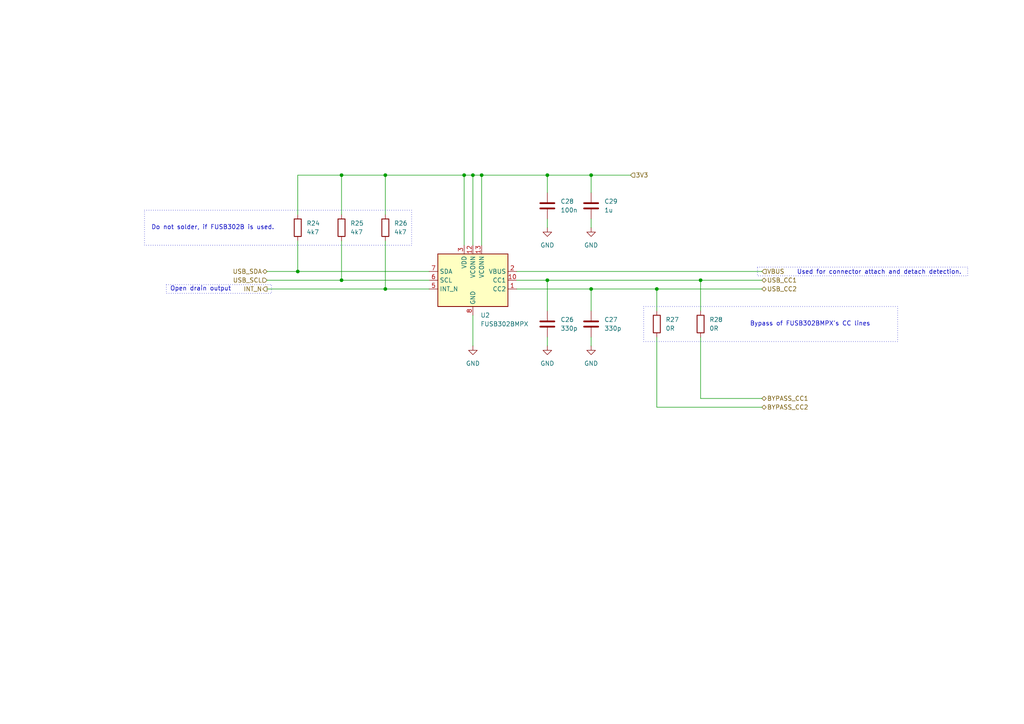
<source format=kicad_sch>
(kicad_sch
	(version 20231120)
	(generator "eeschema")
	(generator_version "8.0")
	(uuid "cf18768f-e332-4360-9e1a-91d7fc7e160c")
	(paper "A4")
	(lib_symbols
		(symbol "Device:C"
			(pin_numbers hide)
			(pin_names
				(offset 0.254)
			)
			(exclude_from_sim no)
			(in_bom yes)
			(on_board yes)
			(property "Reference" "C"
				(at 0.635 2.54 0)
				(effects
					(font
						(size 1.27 1.27)
					)
					(justify left)
				)
			)
			(property "Value" "C"
				(at 0.635 -2.54 0)
				(effects
					(font
						(size 1.27 1.27)
					)
					(justify left)
				)
			)
			(property "Footprint" ""
				(at 0.9652 -3.81 0)
				(effects
					(font
						(size 1.27 1.27)
					)
					(hide yes)
				)
			)
			(property "Datasheet" "~"
				(at 0 0 0)
				(effects
					(font
						(size 1.27 1.27)
					)
					(hide yes)
				)
			)
			(property "Description" "Unpolarized capacitor"
				(at 0 0 0)
				(effects
					(font
						(size 1.27 1.27)
					)
					(hide yes)
				)
			)
			(property "ki_keywords" "cap capacitor"
				(at 0 0 0)
				(effects
					(font
						(size 1.27 1.27)
					)
					(hide yes)
				)
			)
			(property "ki_fp_filters" "C_*"
				(at 0 0 0)
				(effects
					(font
						(size 1.27 1.27)
					)
					(hide yes)
				)
			)
			(symbol "C_0_1"
				(polyline
					(pts
						(xy -2.032 -0.762) (xy 2.032 -0.762)
					)
					(stroke
						(width 0.508)
						(type default)
					)
					(fill
						(type none)
					)
				)
				(polyline
					(pts
						(xy -2.032 0.762) (xy 2.032 0.762)
					)
					(stroke
						(width 0.508)
						(type default)
					)
					(fill
						(type none)
					)
				)
			)
			(symbol "C_1_1"
				(pin passive line
					(at 0 3.81 270)
					(length 2.794)
					(name "~"
						(effects
							(font
								(size 1.27 1.27)
							)
						)
					)
					(number "1"
						(effects
							(font
								(size 1.27 1.27)
							)
						)
					)
				)
				(pin passive line
					(at 0 -3.81 90)
					(length 2.794)
					(name "~"
						(effects
							(font
								(size 1.27 1.27)
							)
						)
					)
					(number "2"
						(effects
							(font
								(size 1.27 1.27)
							)
						)
					)
				)
			)
		)
		(symbol "Device:R"
			(pin_numbers hide)
			(pin_names
				(offset 0)
			)
			(exclude_from_sim no)
			(in_bom yes)
			(on_board yes)
			(property "Reference" "R"
				(at 2.032 0 90)
				(effects
					(font
						(size 1.27 1.27)
					)
				)
			)
			(property "Value" "R"
				(at 0 0 90)
				(effects
					(font
						(size 1.27 1.27)
					)
				)
			)
			(property "Footprint" ""
				(at -1.778 0 90)
				(effects
					(font
						(size 1.27 1.27)
					)
					(hide yes)
				)
			)
			(property "Datasheet" "~"
				(at 0 0 0)
				(effects
					(font
						(size 1.27 1.27)
					)
					(hide yes)
				)
			)
			(property "Description" "Resistor"
				(at 0 0 0)
				(effects
					(font
						(size 1.27 1.27)
					)
					(hide yes)
				)
			)
			(property "ki_keywords" "R res resistor"
				(at 0 0 0)
				(effects
					(font
						(size 1.27 1.27)
					)
					(hide yes)
				)
			)
			(property "ki_fp_filters" "R_*"
				(at 0 0 0)
				(effects
					(font
						(size 1.27 1.27)
					)
					(hide yes)
				)
			)
			(symbol "R_0_1"
				(rectangle
					(start -1.016 -2.54)
					(end 1.016 2.54)
					(stroke
						(width 0.254)
						(type default)
					)
					(fill
						(type none)
					)
				)
			)
			(symbol "R_1_1"
				(pin passive line
					(at 0 3.81 270)
					(length 1.27)
					(name "~"
						(effects
							(font
								(size 1.27 1.27)
							)
						)
					)
					(number "1"
						(effects
							(font
								(size 1.27 1.27)
							)
						)
					)
				)
				(pin passive line
					(at 0 -3.81 90)
					(length 1.27)
					(name "~"
						(effects
							(font
								(size 1.27 1.27)
							)
						)
					)
					(number "2"
						(effects
							(font
								(size 1.27 1.27)
							)
						)
					)
				)
			)
		)
		(symbol "Interface_USB:FUSB302BMPX"
			(exclude_from_sim no)
			(in_bom yes)
			(on_board yes)
			(property "Reference" "U"
				(at -10.16 8.89 0)
				(effects
					(font
						(size 1.27 1.27)
					)
					(justify left)
				)
			)
			(property "Value" "FUSB302BMPX"
				(at 3.81 8.89 0)
				(effects
					(font
						(size 1.27 1.27)
					)
					(justify left)
				)
			)
			(property "Footprint" "Package_DFN_QFN:WQFN-14-1EP_2.5x2.5mm_P0.5mm_EP1.45x1.45mm"
				(at 0 -12.7 0)
				(effects
					(font
						(size 1.27 1.27)
					)
					(hide yes)
				)
			)
			(property "Datasheet" "http://www.onsemi.com/pub/Collateral/FUSB302B-D.PDF"
				(at 2.54 -10.16 0)
				(effects
					(font
						(size 1.27 1.27)
					)
					(hide yes)
				)
			)
			(property "Description" "Programmable USB Type-C Controller w/PD, I2C address 0x22, WQFN-14"
				(at 0 0 0)
				(effects
					(font
						(size 1.27 1.27)
					)
					(hide yes)
				)
			)
			(property "ki_keywords" "USB USB-C PD Power Delivery PHY"
				(at 0 0 0)
				(effects
					(font
						(size 1.27 1.27)
					)
					(hide yes)
				)
			)
			(property "ki_fp_filters" "WQFN*1EP*2.5x2.5mm*P0.5mm*"
				(at 0 0 0)
				(effects
					(font
						(size 1.27 1.27)
					)
					(hide yes)
				)
			)
			(symbol "FUSB302BMPX_0_1"
				(rectangle
					(start -10.16 7.62)
					(end 10.16 -7.62)
					(stroke
						(width 0.254)
						(type default)
					)
					(fill
						(type background)
					)
				)
			)
			(symbol "FUSB302BMPX_1_1"
				(pin bidirectional line
					(at 12.7 -2.54 180)
					(length 2.54)
					(name "CC2"
						(effects
							(font
								(size 1.27 1.27)
							)
						)
					)
					(number "1"
						(effects
							(font
								(size 1.27 1.27)
							)
						)
					)
				)
				(pin bidirectional line
					(at 12.7 0 180)
					(length 2.54)
					(name "CC1"
						(effects
							(font
								(size 1.27 1.27)
							)
						)
					)
					(number "10"
						(effects
							(font
								(size 1.27 1.27)
							)
						)
					)
				)
				(pin bidirectional line
					(at 12.7 0 180)
					(length 2.54) hide
					(name "CC1"
						(effects
							(font
								(size 1.27 1.27)
							)
						)
					)
					(number "11"
						(effects
							(font
								(size 1.27 1.27)
							)
						)
					)
				)
				(pin power_in line
					(at 0 10.16 270)
					(length 2.54)
					(name "VCONN"
						(effects
							(font
								(size 1.27 1.27)
							)
						)
					)
					(number "12"
						(effects
							(font
								(size 1.27 1.27)
							)
						)
					)
				)
				(pin power_in line
					(at 2.54 10.16 270)
					(length 2.54)
					(name "VCONN"
						(effects
							(font
								(size 1.27 1.27)
							)
						)
					)
					(number "13"
						(effects
							(font
								(size 1.27 1.27)
							)
						)
					)
				)
				(pin bidirectional line
					(at 12.7 -2.54 180)
					(length 2.54) hide
					(name "CC2"
						(effects
							(font
								(size 1.27 1.27)
							)
						)
					)
					(number "14"
						(effects
							(font
								(size 1.27 1.27)
							)
						)
					)
				)
				(pin passive line
					(at 0 -10.16 90)
					(length 2.54) hide
					(name "GND"
						(effects
							(font
								(size 1.27 1.27)
							)
						)
					)
					(number "15"
						(effects
							(font
								(size 1.27 1.27)
							)
						)
					)
				)
				(pin input line
					(at 12.7 2.54 180)
					(length 2.54)
					(name "VBUS"
						(effects
							(font
								(size 1.27 1.27)
							)
						)
					)
					(number "2"
						(effects
							(font
								(size 1.27 1.27)
							)
						)
					)
				)
				(pin power_in line
					(at -2.54 10.16 270)
					(length 2.54)
					(name "VDD"
						(effects
							(font
								(size 1.27 1.27)
							)
						)
					)
					(number "3"
						(effects
							(font
								(size 1.27 1.27)
							)
						)
					)
				)
				(pin passive line
					(at -2.54 10.16 270)
					(length 2.54) hide
					(name "VDD"
						(effects
							(font
								(size 1.27 1.27)
							)
						)
					)
					(number "4"
						(effects
							(font
								(size 1.27 1.27)
							)
						)
					)
				)
				(pin open_collector line
					(at -12.7 -2.54 0)
					(length 2.54)
					(name "INT_N"
						(effects
							(font
								(size 1.27 1.27)
							)
						)
					)
					(number "5"
						(effects
							(font
								(size 1.27 1.27)
							)
						)
					)
				)
				(pin input line
					(at -12.7 0 0)
					(length 2.54)
					(name "SCL"
						(effects
							(font
								(size 1.27 1.27)
							)
						)
					)
					(number "6"
						(effects
							(font
								(size 1.27 1.27)
							)
						)
					)
				)
				(pin bidirectional line
					(at -12.7 2.54 0)
					(length 2.54)
					(name "SDA"
						(effects
							(font
								(size 1.27 1.27)
							)
						)
					)
					(number "7"
						(effects
							(font
								(size 1.27 1.27)
							)
						)
					)
				)
				(pin power_in line
					(at 0 -10.16 90)
					(length 2.54)
					(name "GND"
						(effects
							(font
								(size 1.27 1.27)
							)
						)
					)
					(number "8"
						(effects
							(font
								(size 1.27 1.27)
							)
						)
					)
				)
				(pin passive line
					(at 0 -10.16 90)
					(length 2.54) hide
					(name "GND"
						(effects
							(font
								(size 1.27 1.27)
							)
						)
					)
					(number "9"
						(effects
							(font
								(size 1.27 1.27)
							)
						)
					)
				)
			)
		)
		(symbol "power:GND"
			(power)
			(pin_numbers hide)
			(pin_names
				(offset 0) hide)
			(exclude_from_sim no)
			(in_bom yes)
			(on_board yes)
			(property "Reference" "#PWR"
				(at 0 -6.35 0)
				(effects
					(font
						(size 1.27 1.27)
					)
					(hide yes)
				)
			)
			(property "Value" "GND"
				(at 0 -3.81 0)
				(effects
					(font
						(size 1.27 1.27)
					)
				)
			)
			(property "Footprint" ""
				(at 0 0 0)
				(effects
					(font
						(size 1.27 1.27)
					)
					(hide yes)
				)
			)
			(property "Datasheet" ""
				(at 0 0 0)
				(effects
					(font
						(size 1.27 1.27)
					)
					(hide yes)
				)
			)
			(property "Description" "Power symbol creates a global label with name \"GND\" , ground"
				(at 0 0 0)
				(effects
					(font
						(size 1.27 1.27)
					)
					(hide yes)
				)
			)
			(property "ki_keywords" "global power"
				(at 0 0 0)
				(effects
					(font
						(size 1.27 1.27)
					)
					(hide yes)
				)
			)
			(symbol "GND_0_1"
				(polyline
					(pts
						(xy 0 0) (xy 0 -1.27) (xy 1.27 -1.27) (xy 0 -2.54) (xy -1.27 -1.27) (xy 0 -1.27)
					)
					(stroke
						(width 0)
						(type default)
					)
					(fill
						(type none)
					)
				)
			)
			(symbol "GND_1_1"
				(pin power_in line
					(at 0 0 270)
					(length 0)
					(name "~"
						(effects
							(font
								(size 1.27 1.27)
							)
						)
					)
					(number "1"
						(effects
							(font
								(size 1.27 1.27)
							)
						)
					)
				)
			)
		)
	)
	(junction
		(at 203.2 81.28)
		(diameter 0)
		(color 0 0 0 0)
		(uuid "0245f5f4-42f1-4543-b432-0c5427a5c31b")
	)
	(junction
		(at 99.06 81.28)
		(diameter 0)
		(color 0 0 0 0)
		(uuid "23297147-137a-49cb-a44f-36153987b391")
	)
	(junction
		(at 158.75 81.28)
		(diameter 0)
		(color 0 0 0 0)
		(uuid "2764c259-3449-4499-b137-5cd9fc6f8dda")
	)
	(junction
		(at 111.76 50.8)
		(diameter 0)
		(color 0 0 0 0)
		(uuid "38c49ac8-e0f6-4b8f-a196-fde4760aa6a1")
	)
	(junction
		(at 190.5 83.82)
		(diameter 0)
		(color 0 0 0 0)
		(uuid "59be80d6-f94a-4bbe-9341-bf6648eb3286")
	)
	(junction
		(at 111.76 83.82)
		(diameter 0)
		(color 0 0 0 0)
		(uuid "6725b7df-0bcd-434c-b8ee-91ba2ab81518")
	)
	(junction
		(at 139.7 50.8)
		(diameter 0)
		(color 0 0 0 0)
		(uuid "8b7099a6-062a-4f11-8b83-c5b33c770c3a")
	)
	(junction
		(at 158.75 50.8)
		(diameter 0)
		(color 0 0 0 0)
		(uuid "91a86896-8638-40d8-8263-92b067c89a61")
	)
	(junction
		(at 134.62 50.8)
		(diameter 0)
		(color 0 0 0 0)
		(uuid "ab8000d7-4bdf-4a9b-ad7d-102338c9881f")
	)
	(junction
		(at 86.36 78.74)
		(diameter 0)
		(color 0 0 0 0)
		(uuid "b0de9803-fe8b-4ea2-ac83-c520f40ed41d")
	)
	(junction
		(at 99.06 50.8)
		(diameter 0)
		(color 0 0 0 0)
		(uuid "b26596ff-4c8a-40a5-aec6-d0b837f5e38b")
	)
	(junction
		(at 171.45 83.82)
		(diameter 0)
		(color 0 0 0 0)
		(uuid "bbec7683-696c-4cbb-bab4-693c1a3abba4")
	)
	(junction
		(at 137.16 50.8)
		(diameter 0)
		(color 0 0 0 0)
		(uuid "d9349005-d4ee-4d15-a935-0d3bb599f10c")
	)
	(junction
		(at 171.45 50.8)
		(diameter 0)
		(color 0 0 0 0)
		(uuid "db7177ea-fead-48af-8246-a4ff54ec557c")
	)
	(wire
		(pts
			(xy 171.45 83.82) (xy 190.5 83.82)
		)
		(stroke
			(width 0)
			(type default)
		)
		(uuid "02096940-a8d7-4a95-85ac-41c2a7771eaf")
	)
	(wire
		(pts
			(xy 99.06 50.8) (xy 111.76 50.8)
		)
		(stroke
			(width 0)
			(type default)
		)
		(uuid "02e4d3f0-ea3a-478d-ad6a-6673a4ae94e0")
	)
	(wire
		(pts
			(xy 134.62 50.8) (xy 134.62 71.12)
		)
		(stroke
			(width 0)
			(type default)
		)
		(uuid "05a5e866-0067-441e-9f41-d904ada9dfce")
	)
	(wire
		(pts
			(xy 111.76 69.85) (xy 111.76 83.82)
		)
		(stroke
			(width 0)
			(type default)
		)
		(uuid "0ae3d16a-e4d6-4d32-ba93-acbdcbec48e7")
	)
	(wire
		(pts
			(xy 77.47 78.74) (xy 86.36 78.74)
		)
		(stroke
			(width 0)
			(type default)
		)
		(uuid "0e060beb-bb33-4ad3-85e6-9c6a6c99682d")
	)
	(wire
		(pts
			(xy 111.76 83.82) (xy 124.46 83.82)
		)
		(stroke
			(width 0)
			(type default)
		)
		(uuid "0f3ff346-3be0-4fc8-a41e-8dedfcd4ed9a")
	)
	(wire
		(pts
			(xy 171.45 63.5) (xy 171.45 66.04)
		)
		(stroke
			(width 0)
			(type default)
		)
		(uuid "13e5d174-8d1a-44a2-9e22-5d0dc124533a")
	)
	(wire
		(pts
			(xy 171.45 97.79) (xy 171.45 100.33)
		)
		(stroke
			(width 0)
			(type default)
		)
		(uuid "160f4384-5bd5-495a-90ba-6dffe215ea19")
	)
	(wire
		(pts
			(xy 139.7 50.8) (xy 139.7 71.12)
		)
		(stroke
			(width 0)
			(type default)
		)
		(uuid "294b15e8-85c6-4be0-80bf-791256e31aa2")
	)
	(wire
		(pts
			(xy 149.86 78.74) (xy 220.98 78.74)
		)
		(stroke
			(width 0)
			(type default)
		)
		(uuid "3439cecf-5904-4b4b-83c6-33425d6d6587")
	)
	(wire
		(pts
			(xy 149.86 83.82) (xy 171.45 83.82)
		)
		(stroke
			(width 0)
			(type default)
		)
		(uuid "38580a4e-0af8-4a60-bac6-695f22f75f97")
	)
	(wire
		(pts
			(xy 203.2 81.28) (xy 220.98 81.28)
		)
		(stroke
			(width 0)
			(type default)
		)
		(uuid "38d883c7-365f-4273-8829-e4d076035280")
	)
	(wire
		(pts
			(xy 190.5 83.82) (xy 190.5 90.17)
		)
		(stroke
			(width 0)
			(type default)
		)
		(uuid "3a307119-f217-403b-a2d2-6405f2e7c40f")
	)
	(wire
		(pts
			(xy 139.7 50.8) (xy 137.16 50.8)
		)
		(stroke
			(width 0)
			(type default)
		)
		(uuid "3db42619-40ac-4a10-a6ce-4b20c35fac53")
	)
	(wire
		(pts
			(xy 86.36 78.74) (xy 124.46 78.74)
		)
		(stroke
			(width 0)
			(type default)
		)
		(uuid "3ed68796-3f63-4b5c-9a91-5d66d5d888cb")
	)
	(wire
		(pts
			(xy 137.16 50.8) (xy 134.62 50.8)
		)
		(stroke
			(width 0)
			(type default)
		)
		(uuid "44d8d7d8-724b-4ff1-b36e-ee9d6f1fc3d1")
	)
	(wire
		(pts
			(xy 190.5 118.11) (xy 190.5 97.79)
		)
		(stroke
			(width 0)
			(type default)
		)
		(uuid "4b5d3911-813f-43df-ae5f-6bfbfbadbb6c")
	)
	(wire
		(pts
			(xy 182.88 50.8) (xy 171.45 50.8)
		)
		(stroke
			(width 0)
			(type default)
		)
		(uuid "4edda6ec-370c-438b-a731-0bb170a73861")
	)
	(wire
		(pts
			(xy 86.36 50.8) (xy 99.06 50.8)
		)
		(stroke
			(width 0)
			(type default)
		)
		(uuid "58f7a626-22fe-4bf6-a810-3579a519b8ce")
	)
	(wire
		(pts
			(xy 86.36 69.85) (xy 86.36 78.74)
		)
		(stroke
			(width 0)
			(type default)
		)
		(uuid "59dfbfb0-979e-437d-a12c-191b21ac9227")
	)
	(wire
		(pts
			(xy 158.75 50.8) (xy 158.75 55.88)
		)
		(stroke
			(width 0)
			(type default)
		)
		(uuid "67efef76-fd79-40f4-a8de-01c620f8dada")
	)
	(wire
		(pts
			(xy 203.2 115.57) (xy 203.2 97.79)
		)
		(stroke
			(width 0)
			(type default)
		)
		(uuid "6d255bfa-c80b-4e30-acfc-6ed0e9461e2d")
	)
	(wire
		(pts
			(xy 111.76 50.8) (xy 134.62 50.8)
		)
		(stroke
			(width 0)
			(type default)
		)
		(uuid "6fecb408-3be1-4852-a627-6684d9cde006")
	)
	(wire
		(pts
			(xy 158.75 50.8) (xy 139.7 50.8)
		)
		(stroke
			(width 0)
			(type default)
		)
		(uuid "70cb75b5-6c07-4bad-b8b9-871063ac31fb")
	)
	(wire
		(pts
			(xy 171.45 50.8) (xy 158.75 50.8)
		)
		(stroke
			(width 0)
			(type default)
		)
		(uuid "7356d0e6-a27e-49cc-b1b8-991038d06520")
	)
	(wire
		(pts
			(xy 203.2 81.28) (xy 203.2 90.17)
		)
		(stroke
			(width 0)
			(type default)
		)
		(uuid "7b0c6dd6-6896-4216-b764-90c726bc3040")
	)
	(wire
		(pts
			(xy 111.76 50.8) (xy 111.76 62.23)
		)
		(stroke
			(width 0)
			(type default)
		)
		(uuid "81d6341a-223f-4a41-a84b-6047501f39f1")
	)
	(wire
		(pts
			(xy 99.06 81.28) (xy 124.46 81.28)
		)
		(stroke
			(width 0)
			(type default)
		)
		(uuid "859400cb-cd0f-4027-9959-8fe70aec0401")
	)
	(wire
		(pts
			(xy 203.2 115.57) (xy 220.98 115.57)
		)
		(stroke
			(width 0)
			(type default)
		)
		(uuid "8784bf71-a33c-445a-92ec-d97fe5b099b0")
	)
	(wire
		(pts
			(xy 77.47 83.82) (xy 111.76 83.82)
		)
		(stroke
			(width 0)
			(type default)
		)
		(uuid "87b4e798-1338-443c-af5a-6203c79e0aef")
	)
	(wire
		(pts
			(xy 158.75 97.79) (xy 158.75 100.33)
		)
		(stroke
			(width 0)
			(type default)
		)
		(uuid "8c275f90-ac8c-4719-9796-03bd11cd67a3")
	)
	(wire
		(pts
			(xy 158.75 81.28) (xy 203.2 81.28)
		)
		(stroke
			(width 0)
			(type default)
		)
		(uuid "9dfb8cd9-80d7-48fd-8576-d4ecf9f1664f")
	)
	(wire
		(pts
			(xy 158.75 63.5) (xy 158.75 66.04)
		)
		(stroke
			(width 0)
			(type default)
		)
		(uuid "a0bd4c7a-982a-4b49-867c-17ffc8481d5d")
	)
	(wire
		(pts
			(xy 158.75 81.28) (xy 149.86 81.28)
		)
		(stroke
			(width 0)
			(type default)
		)
		(uuid "a32ff343-eb28-4692-b40d-1cf6350dc88a")
	)
	(wire
		(pts
			(xy 137.16 100.33) (xy 137.16 91.44)
		)
		(stroke
			(width 0)
			(type default)
		)
		(uuid "a4c23758-80b4-4b3c-ac15-df1f31fe6222")
	)
	(wire
		(pts
			(xy 77.47 81.28) (xy 99.06 81.28)
		)
		(stroke
			(width 0)
			(type default)
		)
		(uuid "c05d7de3-7fdd-4faf-a0c3-fc6e29f03543")
	)
	(wire
		(pts
			(xy 158.75 90.17) (xy 158.75 81.28)
		)
		(stroke
			(width 0)
			(type default)
		)
		(uuid "c6cc11d9-3b26-4fd9-9444-8a07964e9214")
	)
	(wire
		(pts
			(xy 99.06 69.85) (xy 99.06 81.28)
		)
		(stroke
			(width 0)
			(type default)
		)
		(uuid "d24bda3e-c94a-48ec-b66a-adf3cc1cc8ba")
	)
	(wire
		(pts
			(xy 99.06 50.8) (xy 99.06 62.23)
		)
		(stroke
			(width 0)
			(type default)
		)
		(uuid "d286fc0d-1f05-4ae2-8071-aa1ec47fc640")
	)
	(wire
		(pts
			(xy 171.45 50.8) (xy 171.45 55.88)
		)
		(stroke
			(width 0)
			(type default)
		)
		(uuid "e42b7bdb-9d31-4141-8dd7-9d313339ee68")
	)
	(wire
		(pts
			(xy 86.36 62.23) (xy 86.36 50.8)
		)
		(stroke
			(width 0)
			(type default)
		)
		(uuid "e5ad6a60-586b-4724-8d78-820f16fa9498")
	)
	(wire
		(pts
			(xy 190.5 118.11) (xy 220.98 118.11)
		)
		(stroke
			(width 0)
			(type default)
		)
		(uuid "ed8fbbc0-757f-4fd6-a0a9-23a3202f0f08")
	)
	(wire
		(pts
			(xy 137.16 50.8) (xy 137.16 71.12)
		)
		(stroke
			(width 0)
			(type default)
		)
		(uuid "f2313f57-d658-4aab-9c73-eb2ed87c8a26")
	)
	(wire
		(pts
			(xy 190.5 83.82) (xy 220.98 83.82)
		)
		(stroke
			(width 0)
			(type default)
		)
		(uuid "f5c13fb0-9d5f-4df0-882a-d63c6d2b864a")
	)
	(wire
		(pts
			(xy 171.45 83.82) (xy 171.45 90.17)
		)
		(stroke
			(width 0)
			(type default)
		)
		(uuid "f861ffc2-2645-40e3-856e-04599c6a8bc8")
	)
	(rectangle
		(start 186.69 88.9)
		(end 260.35 99.06)
		(stroke
			(width 0)
			(type dot)
		)
		(fill
			(type none)
		)
		(uuid 1068128b-5861-4df5-8e53-fcc53b3196dd)
	)
	(rectangle
		(start 219.71 77.47)
		(end 280.67 80.01)
		(stroke
			(width 0)
			(type dot)
		)
		(fill
			(type none)
		)
		(uuid 411e97fc-97f9-4f53-a5ab-62b677d4ac24)
	)
	(rectangle
		(start 41.91 60.96)
		(end 119.38 71.12)
		(stroke
			(width 0)
			(type dot)
		)
		(fill
			(type none)
		)
		(uuid dd6da3da-ac98-4d54-8c0d-b8288b367172)
	)
	(rectangle
		(start 48.26 82.55)
		(end 78.74 85.09)
		(stroke
			(width 0)
			(type dot)
		)
		(fill
			(type none)
		)
		(uuid ebb01914-854f-47a2-a4b1-a0bbcb2043bf)
	)
	(text "Open drain output "
		(exclude_from_sim no)
		(at 58.674 83.82 0)
		(effects
			(font
				(size 1.27 1.27)
			)
		)
		(uuid "0afa761b-3f3b-40cd-8a8c-bca1c65362a4")
	)
	(text "Do not solder, if FUSB302B is used."
		(exclude_from_sim no)
		(at 61.722 66.04 0)
		(effects
			(font
				(size 1.27 1.27)
			)
		)
		(uuid "143802d1-aa33-4695-8a28-1a65aab89bc7")
	)
	(text "Bypass of FUSB302BMPX's CC lines "
		(exclude_from_sim no)
		(at 235.458 93.98 0)
		(effects
			(font
				(size 1.27 1.27)
			)
		)
		(uuid "73d3b98f-61e1-452d-8492-68c26daa0ac7")
	)
	(text "Used for connector attach and detach detection."
		(exclude_from_sim no)
		(at 255.016 78.994 0)
		(effects
			(font
				(size 1.27 1.27)
			)
		)
		(uuid "8f1651d7-ec32-42b5-969e-56ece6d391f0")
	)
	(hierarchical_label "USB_CC2"
		(shape bidirectional)
		(at 220.98 83.82 0)
		(effects
			(font
				(size 1.27 1.27)
			)
			(justify left)
		)
		(uuid "0b6e9446-0c3d-4dd4-9568-e7e10d6e82db")
	)
	(hierarchical_label "BYPASS_CC1"
		(shape bidirectional)
		(at 220.98 115.57 0)
		(effects
			(font
				(size 1.27 1.27)
			)
			(justify left)
		)
		(uuid "1faa2781-6003-4436-ac5e-cb8fe79eb471")
	)
	(hierarchical_label "INT_N"
		(shape output)
		(at 77.47 83.82 180)
		(effects
			(font
				(size 1.27 1.27)
			)
			(justify right)
		)
		(uuid "2ae8ab22-578e-4651-b894-75f6a37c6513")
	)
	(hierarchical_label "USB_SCL"
		(shape input)
		(at 77.47 81.28 180)
		(effects
			(font
				(size 1.27 1.27)
			)
			(justify right)
		)
		(uuid "39a963ec-d763-4750-ac80-899c9424b902")
	)
	(hierarchical_label "VBUS"
		(shape input)
		(at 220.98 78.74 0)
		(effects
			(font
				(size 1.27 1.27)
			)
			(justify left)
		)
		(uuid "8836e620-6a23-409c-ab3f-e42a18d0af1f")
	)
	(hierarchical_label "USB_SDA"
		(shape bidirectional)
		(at 77.47 78.74 180)
		(effects
			(font
				(size 1.27 1.27)
			)
			(justify right)
		)
		(uuid "89932096-f300-41d4-be7a-1583c2c19679")
	)
	(hierarchical_label "USB_CC1"
		(shape bidirectional)
		(at 220.98 81.28 0)
		(effects
			(font
				(size 1.27 1.27)
			)
			(justify left)
		)
		(uuid "90fb2ce8-8b9b-49e4-9c0e-6d3c6548f9b4")
	)
	(hierarchical_label "3V3"
		(shape input)
		(at 182.88 50.8 0)
		(effects
			(font
				(size 1.27 1.27)
			)
			(justify left)
		)
		(uuid "a5cddf03-dbe4-4947-b2e3-06ca6fd3e663")
	)
	(hierarchical_label "BYPASS_CC2"
		(shape bidirectional)
		(at 220.98 118.11 0)
		(effects
			(font
				(size 1.27 1.27)
			)
			(justify left)
		)
		(uuid "d32e28b4-9cd5-4a75-810b-b8afe68a870b")
	)
	(symbol
		(lib_id "power:GND")
		(at 171.45 66.04 0)
		(unit 1)
		(exclude_from_sim no)
		(in_bom yes)
		(on_board yes)
		(dnp no)
		(fields_autoplaced yes)
		(uuid "1d8f481e-8b91-48eb-9902-ebe4b703d732")
		(property "Reference" "#PWR053"
			(at 171.45 72.39 0)
			(effects
				(font
					(size 1.27 1.27)
				)
				(hide yes)
			)
		)
		(property "Value" "GND"
			(at 171.45 71.12 0)
			(effects
				(font
					(size 1.27 1.27)
				)
			)
		)
		(property "Footprint" ""
			(at 171.45 66.04 0)
			(effects
				(font
					(size 1.27 1.27)
				)
				(hide yes)
			)
		)
		(property "Datasheet" ""
			(at 171.45 66.04 0)
			(effects
				(font
					(size 1.27 1.27)
				)
				(hide yes)
			)
		)
		(property "Description" "Power symbol creates a global label with name \"GND\" , ground"
			(at 171.45 66.04 0)
			(effects
				(font
					(size 1.27 1.27)
				)
				(hide yes)
			)
		)
		(pin "1"
			(uuid "789cdce1-0f69-45f9-b780-d9a507e5d447")
		)
		(instances
			(project "obvod"
				(path "/e8e834c4-1afb-42f7-b718-3cb720dae1d5/fdd3d46b-c5ef-429c-ba04-a467d2c6100e"
					(reference "#PWR053")
					(unit 1)
				)
			)
		)
	)
	(symbol
		(lib_id "Device:C")
		(at 158.75 93.98 0)
		(unit 1)
		(exclude_from_sim no)
		(in_bom yes)
		(on_board yes)
		(dnp no)
		(fields_autoplaced yes)
		(uuid "1f555d32-117f-44f8-be6b-2bbb70efa17e")
		(property "Reference" "C26"
			(at 162.56 92.7099 0)
			(effects
				(font
					(size 1.27 1.27)
				)
				(justify left)
			)
		)
		(property "Value" "330p"
			(at 162.56 95.2499 0)
			(effects
				(font
					(size 1.27 1.27)
				)
				(justify left)
			)
		)
		(property "Footprint" "Capacitor_SMD:C_0402_1005Metric"
			(at 159.7152 97.79 0)
			(effects
				(font
					(size 1.27 1.27)
				)
				(hide yes)
			)
		)
		(property "Datasheet" "~"
			(at 158.75 93.98 0)
			(effects
				(font
					(size 1.27 1.27)
				)
				(hide yes)
			)
		)
		(property "Description" "Unpolarized capacitor"
			(at 158.75 93.98 0)
			(effects
				(font
					(size 1.27 1.27)
				)
				(hide yes)
			)
		)
		(pin "2"
			(uuid "8da92b0f-59c5-4916-8012-626bc5c965f5")
		)
		(pin "1"
			(uuid "2b902f0d-8f53-4ec7-9c8a-fc2972115652")
		)
		(instances
			(project ""
				(path "/e8e834c4-1afb-42f7-b718-3cb720dae1d5/fdd3d46b-c5ef-429c-ba04-a467d2c6100e"
					(reference "C26")
					(unit 1)
				)
			)
		)
	)
	(symbol
		(lib_id "Device:R")
		(at 86.36 66.04 0)
		(unit 1)
		(exclude_from_sim no)
		(in_bom yes)
		(on_board yes)
		(dnp no)
		(fields_autoplaced yes)
		(uuid "2b297a0e-c0ac-4de7-8d9d-20a7e632185b")
		(property "Reference" "R24"
			(at 88.9 64.7699 0)
			(effects
				(font
					(size 1.27 1.27)
				)
				(justify left)
			)
		)
		(property "Value" "4k7"
			(at 88.9 67.3099 0)
			(effects
				(font
					(size 1.27 1.27)
				)
				(justify left)
			)
		)
		(property "Footprint" "Resistor_SMD:R_0402_1005Metric"
			(at 84.582 66.04 90)
			(effects
				(font
					(size 1.27 1.27)
				)
				(hide yes)
			)
		)
		(property "Datasheet" "~"
			(at 86.36 66.04 0)
			(effects
				(font
					(size 1.27 1.27)
				)
				(hide yes)
			)
		)
		(property "Description" "Resistor"
			(at 86.36 66.04 0)
			(effects
				(font
					(size 1.27 1.27)
				)
				(hide yes)
			)
		)
		(pin "1"
			(uuid "a1eff955-2b99-4e2f-ad4c-22cd18265ebc")
		)
		(pin "2"
			(uuid "1c475e44-4360-41e9-93b6-56412f2abbb1")
		)
		(instances
			(project ""
				(path "/e8e834c4-1afb-42f7-b718-3cb720dae1d5/fdd3d46b-c5ef-429c-ba04-a467d2c6100e"
					(reference "R24")
					(unit 1)
				)
			)
		)
	)
	(symbol
		(lib_id "power:GND")
		(at 158.75 66.04 0)
		(unit 1)
		(exclude_from_sim no)
		(in_bom yes)
		(on_board yes)
		(dnp no)
		(fields_autoplaced yes)
		(uuid "3760edf5-a1e6-4884-80af-e6e9b7765581")
		(property "Reference" "#PWR052"
			(at 158.75 72.39 0)
			(effects
				(font
					(size 1.27 1.27)
				)
				(hide yes)
			)
		)
		(property "Value" "GND"
			(at 158.75 71.12 0)
			(effects
				(font
					(size 1.27 1.27)
				)
			)
		)
		(property "Footprint" ""
			(at 158.75 66.04 0)
			(effects
				(font
					(size 1.27 1.27)
				)
				(hide yes)
			)
		)
		(property "Datasheet" ""
			(at 158.75 66.04 0)
			(effects
				(font
					(size 1.27 1.27)
				)
				(hide yes)
			)
		)
		(property "Description" "Power symbol creates a global label with name \"GND\" , ground"
			(at 158.75 66.04 0)
			(effects
				(font
					(size 1.27 1.27)
				)
				(hide yes)
			)
		)
		(pin "1"
			(uuid "60011064-a5f6-4ae0-919f-40bc3601551c")
		)
		(instances
			(project "obvod"
				(path "/e8e834c4-1afb-42f7-b718-3cb720dae1d5/fdd3d46b-c5ef-429c-ba04-a467d2c6100e"
					(reference "#PWR052")
					(unit 1)
				)
			)
		)
	)
	(symbol
		(lib_id "power:GND")
		(at 137.16 100.33 0)
		(unit 1)
		(exclude_from_sim no)
		(in_bom yes)
		(on_board yes)
		(dnp no)
		(fields_autoplaced yes)
		(uuid "6583faac-c5ef-4c4b-bd5a-04431ff69865")
		(property "Reference" "#PWR048"
			(at 137.16 106.68 0)
			(effects
				(font
					(size 1.27 1.27)
				)
				(hide yes)
			)
		)
		(property "Value" "GND"
			(at 137.16 105.41 0)
			(effects
				(font
					(size 1.27 1.27)
				)
			)
		)
		(property "Footprint" ""
			(at 137.16 100.33 0)
			(effects
				(font
					(size 1.27 1.27)
				)
				(hide yes)
			)
		)
		(property "Datasheet" ""
			(at 137.16 100.33 0)
			(effects
				(font
					(size 1.27 1.27)
				)
				(hide yes)
			)
		)
		(property "Description" "Power symbol creates a global label with name \"GND\" , ground"
			(at 137.16 100.33 0)
			(effects
				(font
					(size 1.27 1.27)
				)
				(hide yes)
			)
		)
		(pin "1"
			(uuid "cf020140-1e64-4683-b028-6fe01b8e57e8")
		)
		(instances
			(project ""
				(path "/e8e834c4-1afb-42f7-b718-3cb720dae1d5/fdd3d46b-c5ef-429c-ba04-a467d2c6100e"
					(reference "#PWR048")
					(unit 1)
				)
			)
		)
	)
	(symbol
		(lib_id "Device:R")
		(at 203.2 93.98 0)
		(unit 1)
		(exclude_from_sim no)
		(in_bom yes)
		(on_board yes)
		(dnp no)
		(fields_autoplaced yes)
		(uuid "6e929ab5-313e-44a4-80b9-599ebaf898b9")
		(property "Reference" "R28"
			(at 205.74 92.7099 0)
			(effects
				(font
					(size 1.27 1.27)
				)
				(justify left)
			)
		)
		(property "Value" "0R"
			(at 205.74 95.2499 0)
			(effects
				(font
					(size 1.27 1.27)
				)
				(justify left)
			)
		)
		(property "Footprint" "Resistor_SMD:R_0402_1005Metric"
			(at 201.422 93.98 90)
			(effects
				(font
					(size 1.27 1.27)
				)
				(hide yes)
			)
		)
		(property "Datasheet" "~"
			(at 203.2 93.98 0)
			(effects
				(font
					(size 1.27 1.27)
				)
				(hide yes)
			)
		)
		(property "Description" "Resistor"
			(at 203.2 93.98 0)
			(effects
				(font
					(size 1.27 1.27)
				)
				(hide yes)
			)
		)
		(pin "1"
			(uuid "9b5aa2e3-46fb-4a29-afb4-ae688bab5f24")
		)
		(pin "2"
			(uuid "c92b7cda-af84-424d-90e4-01356245ed52")
		)
		(instances
			(project "obvod"
				(path "/e8e834c4-1afb-42f7-b718-3cb720dae1d5/fdd3d46b-c5ef-429c-ba04-a467d2c6100e"
					(reference "R28")
					(unit 1)
				)
			)
		)
	)
	(symbol
		(lib_id "Device:R")
		(at 190.5 93.98 0)
		(unit 1)
		(exclude_from_sim no)
		(in_bom yes)
		(on_board yes)
		(dnp no)
		(fields_autoplaced yes)
		(uuid "8294ba06-1a6e-42c0-a8f8-06f30ce6a94d")
		(property "Reference" "R27"
			(at 193.04 92.7099 0)
			(effects
				(font
					(size 1.27 1.27)
				)
				(justify left)
			)
		)
		(property "Value" "0R"
			(at 193.04 95.2499 0)
			(effects
				(font
					(size 1.27 1.27)
				)
				(justify left)
			)
		)
		(property "Footprint" "Resistor_SMD:R_0402_1005Metric"
			(at 188.722 93.98 90)
			(effects
				(font
					(size 1.27 1.27)
				)
				(hide yes)
			)
		)
		(property "Datasheet" "~"
			(at 190.5 93.98 0)
			(effects
				(font
					(size 1.27 1.27)
				)
				(hide yes)
			)
		)
		(property "Description" "Resistor"
			(at 190.5 93.98 0)
			(effects
				(font
					(size 1.27 1.27)
				)
				(hide yes)
			)
		)
		(pin "1"
			(uuid "88ce2a76-55f1-4845-b767-84404d5c1f02")
		)
		(pin "2"
			(uuid "73e75561-c13b-4700-b9e9-186141ddaa61")
		)
		(instances
			(project ""
				(path "/e8e834c4-1afb-42f7-b718-3cb720dae1d5/fdd3d46b-c5ef-429c-ba04-a467d2c6100e"
					(reference "R27")
					(unit 1)
				)
			)
		)
	)
	(symbol
		(lib_id "Interface_USB:FUSB302BMPX")
		(at 137.16 81.28 0)
		(unit 1)
		(exclude_from_sim no)
		(in_bom yes)
		(on_board yes)
		(dnp no)
		(fields_autoplaced yes)
		(uuid "98818bc1-07dc-4f7a-8700-9f341b0e517c")
		(property "Reference" "U2"
			(at 139.3541 91.44 0)
			(effects
				(font
					(size 1.27 1.27)
				)
				(justify left)
			)
		)
		(property "Value" "FUSB302BMPX"
			(at 139.3541 93.98 0)
			(effects
				(font
					(size 1.27 1.27)
				)
				(justify left)
			)
		)
		(property "Footprint" "Package_DFN_QFN:WQFN-14-1EP_2.5x2.5mm_P0.5mm_EP1.45x1.45mm"
			(at 137.16 93.98 0)
			(effects
				(font
					(size 1.27 1.27)
				)
				(hide yes)
			)
		)
		(property "Datasheet" "http://www.onsemi.com/pub/Collateral/FUSB302B-D.PDF"
			(at 139.7 91.44 0)
			(effects
				(font
					(size 1.27 1.27)
				)
				(hide yes)
			)
		)
		(property "Description" "Programmable USB Type-C Controller w/PD, I2C address 0x22, WQFN-14"
			(at 137.16 81.28 0)
			(effects
				(font
					(size 1.27 1.27)
				)
				(hide yes)
			)
		)
		(pin "9"
			(uuid "445572c5-7f17-45f6-bf34-ab11ba2f6944")
		)
		(pin "8"
			(uuid "9632f2fc-d644-49d8-9b26-b405f0b214bd")
		)
		(pin "6"
			(uuid "e34bc61c-3a85-4e29-b35d-15dbc11de224")
		)
		(pin "5"
			(uuid "9c2c981d-b9d0-4357-83ef-eb6609e8dc7d")
		)
		(pin "7"
			(uuid "df10063d-77c1-47b2-8a52-c4bcd5978bd2")
		)
		(pin "4"
			(uuid "3d4be1b6-b70a-4831-a9c5-8353a09d18af")
		)
		(pin "3"
			(uuid "b628538a-2258-44be-8dea-a72f73f40efe")
		)
		(pin "10"
			(uuid "30721faf-f5e4-4e6a-8fb7-401f0de7795c")
		)
		(pin "14"
			(uuid "993c2f6a-74a5-44cb-94fd-5228f911cd5a")
		)
		(pin "2"
			(uuid "445fe16f-6cdf-48f8-aa3f-af9f61386b10")
		)
		(pin "1"
			(uuid "6f26c029-e76e-4f1a-98ff-077227680907")
		)
		(pin "13"
			(uuid "19ee1490-6313-41a9-b073-8d80ef27ad32")
		)
		(pin "15"
			(uuid "c99843d7-4ec0-42e7-8ddc-f046b602b1f4")
		)
		(pin "12"
			(uuid "16699ec2-862b-4055-9e73-9ef18d12ced1")
		)
		(pin "11"
			(uuid "9410635a-81af-4089-99b5-76c019922eb6")
		)
		(instances
			(project "obvod"
				(path "/e8e834c4-1afb-42f7-b718-3cb720dae1d5/fdd3d46b-c5ef-429c-ba04-a467d2c6100e"
					(reference "U2")
					(unit 1)
				)
			)
		)
	)
	(symbol
		(lib_id "Device:R")
		(at 99.06 66.04 0)
		(unit 1)
		(exclude_from_sim no)
		(in_bom yes)
		(on_board yes)
		(dnp no)
		(fields_autoplaced yes)
		(uuid "9e3bd00a-46be-41cc-beb2-411cae3eed50")
		(property "Reference" "R25"
			(at 101.6 64.7699 0)
			(effects
				(font
					(size 1.27 1.27)
				)
				(justify left)
			)
		)
		(property "Value" "4k7"
			(at 101.6 67.3099 0)
			(effects
				(font
					(size 1.27 1.27)
				)
				(justify left)
			)
		)
		(property "Footprint" "Resistor_SMD:R_0402_1005Metric"
			(at 97.282 66.04 90)
			(effects
				(font
					(size 1.27 1.27)
				)
				(hide yes)
			)
		)
		(property "Datasheet" "~"
			(at 99.06 66.04 0)
			(effects
				(font
					(size 1.27 1.27)
				)
				(hide yes)
			)
		)
		(property "Description" "Resistor"
			(at 99.06 66.04 0)
			(effects
				(font
					(size 1.27 1.27)
				)
				(hide yes)
			)
		)
		(pin "1"
			(uuid "8e77c912-8d8e-4cb1-932a-d82c76b1468a")
		)
		(pin "2"
			(uuid "fdf6b70e-12ad-4594-b9b3-029f6fe37441")
		)
		(instances
			(project "obvod"
				(path "/e8e834c4-1afb-42f7-b718-3cb720dae1d5/fdd3d46b-c5ef-429c-ba04-a467d2c6100e"
					(reference "R25")
					(unit 1)
				)
			)
		)
	)
	(symbol
		(lib_id "Device:C")
		(at 171.45 59.69 0)
		(unit 1)
		(exclude_from_sim no)
		(in_bom yes)
		(on_board yes)
		(dnp no)
		(fields_autoplaced yes)
		(uuid "9e5e6512-a942-49a9-a8b5-66101d84ecf9")
		(property "Reference" "C29"
			(at 175.26 58.4199 0)
			(effects
				(font
					(size 1.27 1.27)
				)
				(justify left)
			)
		)
		(property "Value" "1u"
			(at 175.26 60.9599 0)
			(effects
				(font
					(size 1.27 1.27)
				)
				(justify left)
			)
		)
		(property "Footprint" "Capacitor_SMD:C_0603_1608Metric"
			(at 172.4152 63.5 0)
			(effects
				(font
					(size 1.27 1.27)
				)
				(hide yes)
			)
		)
		(property "Datasheet" "~"
			(at 171.45 59.69 0)
			(effects
				(font
					(size 1.27 1.27)
				)
				(hide yes)
			)
		)
		(property "Description" "Unpolarized capacitor"
			(at 171.45 59.69 0)
			(effects
				(font
					(size 1.27 1.27)
				)
				(hide yes)
			)
		)
		(pin "2"
			(uuid "5a15a5dc-c7fc-4aa6-8b7b-8a652787cbd4")
		)
		(pin "1"
			(uuid "f8c88954-00f5-4bbb-9acc-bf4bb7eda8a1")
		)
		(instances
			(project ""
				(path "/e8e834c4-1afb-42f7-b718-3cb720dae1d5/fdd3d46b-c5ef-429c-ba04-a467d2c6100e"
					(reference "C29")
					(unit 1)
				)
			)
		)
	)
	(symbol
		(lib_id "power:GND")
		(at 158.75 100.33 0)
		(unit 1)
		(exclude_from_sim no)
		(in_bom yes)
		(on_board yes)
		(dnp no)
		(fields_autoplaced yes)
		(uuid "a5a61300-60d7-46db-8fb2-73fd3dddfb89")
		(property "Reference" "#PWR050"
			(at 158.75 106.68 0)
			(effects
				(font
					(size 1.27 1.27)
				)
				(hide yes)
			)
		)
		(property "Value" "GND"
			(at 158.75 105.41 0)
			(effects
				(font
					(size 1.27 1.27)
				)
			)
		)
		(property "Footprint" ""
			(at 158.75 100.33 0)
			(effects
				(font
					(size 1.27 1.27)
				)
				(hide yes)
			)
		)
		(property "Datasheet" ""
			(at 158.75 100.33 0)
			(effects
				(font
					(size 1.27 1.27)
				)
				(hide yes)
			)
		)
		(property "Description" "Power symbol creates a global label with name \"GND\" , ground"
			(at 158.75 100.33 0)
			(effects
				(font
					(size 1.27 1.27)
				)
				(hide yes)
			)
		)
		(pin "1"
			(uuid "2feb7bdb-63bd-4a7c-b373-0b5f3f7fc507")
		)
		(instances
			(project "obvod"
				(path "/e8e834c4-1afb-42f7-b718-3cb720dae1d5/fdd3d46b-c5ef-429c-ba04-a467d2c6100e"
					(reference "#PWR050")
					(unit 1)
				)
			)
		)
	)
	(symbol
		(lib_id "Device:C")
		(at 158.75 59.69 0)
		(unit 1)
		(exclude_from_sim no)
		(in_bom yes)
		(on_board yes)
		(dnp no)
		(fields_autoplaced yes)
		(uuid "a7eb46e9-360e-4025-ad13-a929e7495b2c")
		(property "Reference" "C28"
			(at 162.56 58.4199 0)
			(effects
				(font
					(size 1.27 1.27)
				)
				(justify left)
			)
		)
		(property "Value" "100n"
			(at 162.56 60.9599 0)
			(effects
				(font
					(size 1.27 1.27)
				)
				(justify left)
			)
		)
		(property "Footprint" "Capacitor_SMD:C_0402_1005Metric"
			(at 159.7152 63.5 0)
			(effects
				(font
					(size 1.27 1.27)
				)
				(hide yes)
			)
		)
		(property "Datasheet" "~"
			(at 158.75 59.69 0)
			(effects
				(font
					(size 1.27 1.27)
				)
				(hide yes)
			)
		)
		(property "Description" "Unpolarized capacitor"
			(at 158.75 59.69 0)
			(effects
				(font
					(size 1.27 1.27)
				)
				(hide yes)
			)
		)
		(pin "2"
			(uuid "2a9e1c0d-e07a-4977-94c7-dc49f79c42ad")
		)
		(pin "1"
			(uuid "366d4681-5860-431c-a4c3-ca9be84596fe")
		)
		(instances
			(project "obvod"
				(path "/e8e834c4-1afb-42f7-b718-3cb720dae1d5/fdd3d46b-c5ef-429c-ba04-a467d2c6100e"
					(reference "C28")
					(unit 1)
				)
			)
		)
	)
	(symbol
		(lib_id "Device:C")
		(at 171.45 93.98 0)
		(unit 1)
		(exclude_from_sim no)
		(in_bom yes)
		(on_board yes)
		(dnp no)
		(fields_autoplaced yes)
		(uuid "b42a6502-b4ce-4e0b-b608-70f43ad8c683")
		(property "Reference" "C27"
			(at 175.26 92.7099 0)
			(effects
				(font
					(size 1.27 1.27)
				)
				(justify left)
			)
		)
		(property "Value" "330p"
			(at 175.26 95.2499 0)
			(effects
				(font
					(size 1.27 1.27)
				)
				(justify left)
			)
		)
		(property "Footprint" "Capacitor_SMD:C_0402_1005Metric"
			(at 172.4152 97.79 0)
			(effects
				(font
					(size 1.27 1.27)
				)
				(hide yes)
			)
		)
		(property "Datasheet" "~"
			(at 171.45 93.98 0)
			(effects
				(font
					(size 1.27 1.27)
				)
				(hide yes)
			)
		)
		(property "Description" "Unpolarized capacitor"
			(at 171.45 93.98 0)
			(effects
				(font
					(size 1.27 1.27)
				)
				(hide yes)
			)
		)
		(pin "2"
			(uuid "7761df08-0c9a-439d-985e-bdfa555721c6")
		)
		(pin "1"
			(uuid "cfb88d50-16c6-478d-9279-16d817aa2684")
		)
		(instances
			(project "obvod"
				(path "/e8e834c4-1afb-42f7-b718-3cb720dae1d5/fdd3d46b-c5ef-429c-ba04-a467d2c6100e"
					(reference "C27")
					(unit 1)
				)
			)
		)
	)
	(symbol
		(lib_id "power:GND")
		(at 171.45 100.33 0)
		(unit 1)
		(exclude_from_sim no)
		(in_bom yes)
		(on_board yes)
		(dnp no)
		(fields_autoplaced yes)
		(uuid "c5d9256a-0109-433a-af5f-b10086406975")
		(property "Reference" "#PWR051"
			(at 171.45 106.68 0)
			(effects
				(font
					(size 1.27 1.27)
				)
				(hide yes)
			)
		)
		(property "Value" "GND"
			(at 171.45 105.41 0)
			(effects
				(font
					(size 1.27 1.27)
				)
			)
		)
		(property "Footprint" ""
			(at 171.45 100.33 0)
			(effects
				(font
					(size 1.27 1.27)
				)
				(hide yes)
			)
		)
		(property "Datasheet" ""
			(at 171.45 100.33 0)
			(effects
				(font
					(size 1.27 1.27)
				)
				(hide yes)
			)
		)
		(property "Description" "Power symbol creates a global label with name \"GND\" , ground"
			(at 171.45 100.33 0)
			(effects
				(font
					(size 1.27 1.27)
				)
				(hide yes)
			)
		)
		(pin "1"
			(uuid "76ca2cc1-a37e-4fe1-bc77-2b7428897f5f")
		)
		(instances
			(project "obvod"
				(path "/e8e834c4-1afb-42f7-b718-3cb720dae1d5/fdd3d46b-c5ef-429c-ba04-a467d2c6100e"
					(reference "#PWR051")
					(unit 1)
				)
			)
		)
	)
	(symbol
		(lib_id "Device:R")
		(at 111.76 66.04 0)
		(unit 1)
		(exclude_from_sim no)
		(in_bom yes)
		(on_board yes)
		(dnp no)
		(fields_autoplaced yes)
		(uuid "dab1c148-7722-40a6-b03a-5e80d6b8d6ed")
		(property "Reference" "R26"
			(at 114.3 64.7699 0)
			(effects
				(font
					(size 1.27 1.27)
				)
				(justify left)
			)
		)
		(property "Value" "4k7"
			(at 114.3 67.3099 0)
			(effects
				(font
					(size 1.27 1.27)
				)
				(justify left)
			)
		)
		(property "Footprint" "Resistor_SMD:R_0402_1005Metric"
			(at 109.982 66.04 90)
			(effects
				(font
					(size 1.27 1.27)
				)
				(hide yes)
			)
		)
		(property "Datasheet" "~"
			(at 111.76 66.04 0)
			(effects
				(font
					(size 1.27 1.27)
				)
				(hide yes)
			)
		)
		(property "Description" "Resistor"
			(at 111.76 66.04 0)
			(effects
				(font
					(size 1.27 1.27)
				)
				(hide yes)
			)
		)
		(pin "1"
			(uuid "568b94cf-a9d3-496d-8171-ed4f8d135b8b")
		)
		(pin "2"
			(uuid "cdf8b8c3-c832-438e-8873-78f5ba8a4566")
		)
		(instances
			(project "obvod"
				(path "/e8e834c4-1afb-42f7-b718-3cb720dae1d5/fdd3d46b-c5ef-429c-ba04-a467d2c6100e"
					(reference "R26")
					(unit 1)
				)
			)
		)
	)
)

</source>
